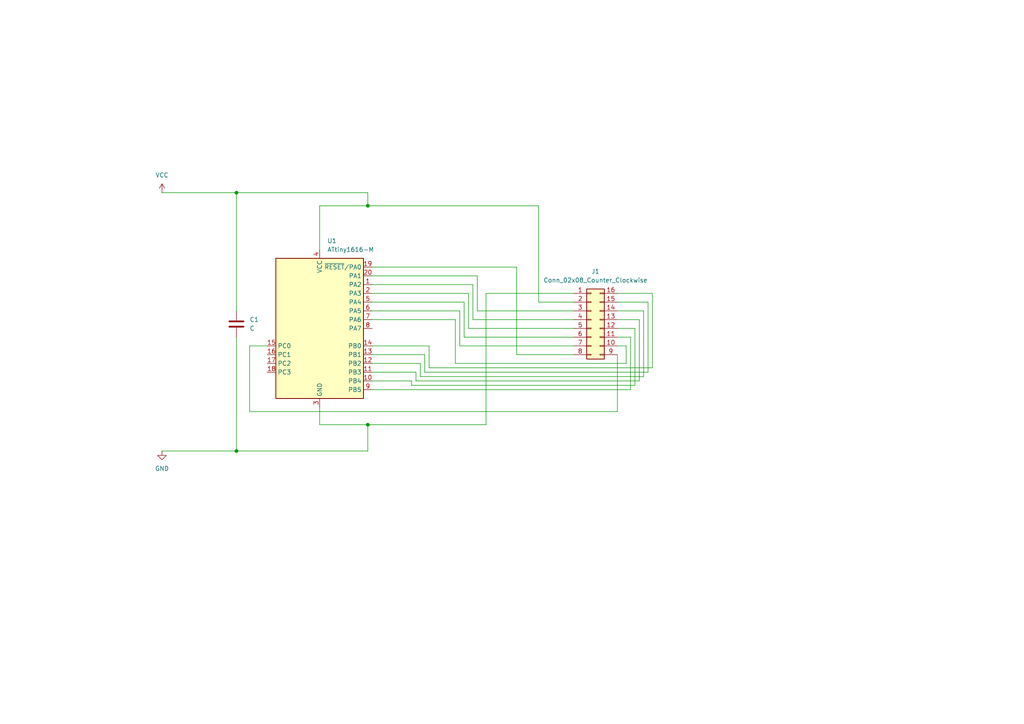
<source format=kicad_sch>
(kicad_sch (version 20231120) (generator "eeschema") (generator_version "8.0")
  (paper "A4")
  (lib_symbols
    (symbol "Connector_Generic:Conn_02x08_Counter_Clockwise" (pin_names (offset 1.016) hide)
      (property "Reference" "J" (at 1.27 10.16 0))
      (property "Value" "Conn_02x08_Counter_Clockwise" (at 1.27 -12.7 0))
      (symbol "Conn_02x08_Counter_Clockwise_1_1"
        (rectangle (start -1.27 -10.033) (end 0 -10.287) (stroke (width 0.1524)))
        (rectangle (start -1.27 -7.493) (end 0 -7.747) (stroke (width 0.1524)))
        (rectangle (start -1.27 -4.953) (end 0 -5.207) (stroke (width 0.1524)))
        (rectangle (start -1.27 -2.413) (end 0 -2.667) (stroke (width 0.1524)))
        (rectangle (start -1.27 0.127) (end 0 -0.127) (stroke (width 0.1524)))
        (rectangle (start -1.27 2.667) (end 0 2.413) (stroke (width 0.1524)))
        (rectangle (start -1.27 5.207) (end 0 4.953) (stroke (width 0.1524)))
        (rectangle (start -1.27 7.747) (end 0 7.493) (stroke (width 0.1524)))
        (rectangle (start -1.27 8.89) (end 3.81 -11.43) (stroke (width 0.254)) (fill (type background)))
        (rectangle (start 3.81 -10.033) (end 2.54 -10.287) (stroke (width 0.1524)))
        (rectangle (start 3.81 -7.493) (end 2.54 -7.747) (stroke (width 0.1524)))
        (rectangle (start 3.81 -4.953) (end 2.54 -5.207) (stroke (width 0.1524)))
        (rectangle (start 3.81 -2.413) (end 2.54 -2.667) (stroke (width 0.1524)))
        (rectangle (start 3.81 0.127) (end 2.54 -0.127) (stroke (width 0.1524)))
        (rectangle (start 3.81 2.667) (end 2.54 2.413) (stroke (width 0.1524)))
        (rectangle (start 3.81 5.207) (end 2.54 4.953) (stroke (width 0.1524)))
        (rectangle (start 3.81 7.747) (end 2.54 7.493) (stroke (width 0.1524)))
        (pin passive line (at -5.08 7.62 0) (length 3.81) (name "Pin_1") (number "1"))
        (pin passive line (at 7.62 -7.62 180) (length 3.81) (name "Pin_10") (number "10"))
        (pin passive line (at 7.62 -5.08 180) (length 3.81) (name "Pin_11") (number "11"))
        (pin passive line (at 7.62 -2.54 180) (length 3.81) (name "Pin_12") (number "12"))
        (pin passive line (at 7.62 0 180) (length 3.81) (name "Pin_13") (number "13"))
        (pin passive line (at 7.62 2.54 180) (length 3.81) (name "Pin_14") (number "14"))
        (pin passive line (at 7.62 5.08 180) (length 3.81) (name "Pin_15") (number "15"))
        (pin passive line (at 7.62 7.62 180) (length 3.81) (name "Pin_16") (number "16"))
        (pin passive line (at -5.08 5.08 0) (length 3.81) (name "Pin_2") (number "2"))
        (pin passive line (at -5.08 2.54 0) (length 3.81) (name "Pin_3") (number "3"))
        (pin passive line (at -5.08 0 0) (length 3.81) (name "Pin_4") (number "4"))
        (pin passive line (at -5.08 -2.54 0) (length 3.81) (name "Pin_5") (number "5"))
        (pin passive line (at -5.08 -5.08 0) (length 3.81) (name "Pin_6") (number "6"))
        (pin passive line (at -5.08 -7.62 0) (length 3.81) (name "Pin_7") (number "7"))
        (pin passive line (at -5.08 -10.16 0) (length 3.81) (name "Pin_8") (number "8"))
        (pin passive line (at 7.62 -10.16 180) (length 3.81) (name "Pin_9") (number "9"))
      )
    )
    (symbol "Device:C" (pin_numbers hide) (pin_names (offset 0.254))
      (property "Reference" "C" (at 0.635 2.54 0))
      (property "Value" "C" (at 0.635 -2.54 0))
      (symbol "C_0_1"
        (polyline (pts (xy -2.032 -0.762) (xy 2.032 -0.762)) (stroke (width 0.508)))
        (polyline (pts (xy -2.032 0.762) (xy 2.032 0.762)) (stroke (width 0.508)))
      )
      (symbol "C_1_1"
        (pin passive line (at 0 3.81 270) (length 2.794) (name "~") (number "1"))
        (pin passive line (at 0 -3.81 90) (length 2.794) (name "~") (number "2"))
      )
    )
    (symbol "MCU_Microchip_ATtiny:ATtiny1616-M"
      (property "Reference" "U" (at -12.7 21.59 0))
      (property "Value" "ATtiny1616-M" (at 2.54 -21.59 0))
      (symbol "ATtiny1616-M_0_1"
        (rectangle (start -12.7 -20.32) (end 12.7 20.32) (stroke (width 0.254)) (fill (type background)))
      )
      (symbol "ATtiny1616-M_1_1"
        (pin bidirectional line (at 15.24 12.7 180) (length 2.54) (name "PA2") (number "1"))
        (pin bidirectional line (at 15.24 -15.24 180) (length 2.54) (name "PB4") (number "10"))
        (pin bidirectional line (at 15.24 -12.7 180) (length 2.54) (name "PB3") (number "11"))
        (pin bidirectional line (at 15.24 -10.16 180) (length 2.54) (name "PB2") (number "12"))
        (pin bidirectional line (at 15.24 -7.62 180) (length 2.54) (name "PB1") (number "13"))
        (pin bidirectional line (at 15.24 -5.08 180) (length 2.54) (name "PB0") (number "14"))
        (pin bidirectional line (at -15.24 -5.08 0) (length 2.54) (name "PC0") (number "15"))
        (pin bidirectional line (at -15.24 -7.62 0) (length 2.54) (name "PC1") (number "16"))
        (pin bidirectional line (at -15.24 -10.16 0) (length 2.54) (name "PC2") (number "17"))
        (pin bidirectional line (at -15.24 -12.7 0) (length 2.54) (name "PC3") (number "18"))
        (pin bidirectional line (at 15.24 17.78 180) (length 2.54) (name "~{RESET}/PA0") (number "19"))
        (pin bidirectional line (at 15.24 10.16 180) (length 2.54) (name "PA3") (number "2"))
        (pin bidirectional line (at 15.24 15.24 180) (length 2.54) (name "PA1") (number "20"))
        (pin passive line (at 0 -22.86 90) (length 2.54) hide (name "GND") (number "21"))
        (pin power_in line (at 0 -22.86 90) (length 2.54) (name "GND") (number "3"))
        (pin power_in line (at 0 22.86 270) (length 2.54) (name "VCC") (number "4"))
        (pin bidirectional line (at 15.24 7.62 180) (length 2.54) (name "PA4") (number "5"))
        (pin bidirectional line (at 15.24 5.08 180) (length 2.54) (name "PA5") (number "6"))
        (pin bidirectional line (at 15.24 2.54 180) (length 2.54) (name "PA6") (number "7"))
        (pin bidirectional line (at 15.24 0 180) (length 2.54) (name "PA7") (number "8"))
        (pin bidirectional line (at 15.24 -17.78 180) (length 2.54) (name "PB5") (number "9"))
      )
    )
    (symbol "power:GND" (power) (pin_numbers hide) (pin_names (offset 0) hide)
      (property "Value" "GND" (at 0 -3.81 0))
      (symbol "GND_0_1"
        (polyline (pts (xy 0 0) (xy 0 -1.27) (xy 1.27 -1.27) (xy 0 -2.54) (xy -1.27 -1.27) (xy 0 -1.27)))
      )
      (symbol "GND_1_1"
        (pin power_in line (at 0 0 270) (length 0) (name "~") (number "1"))
      )
    )
    (symbol "power:VCC" (power) (pin_numbers hide) (pin_names (offset 0) hide)
      (property "Value" "VCC" (at 0 3.556 0))
      (symbol "VCC_0_1"
        (polyline (pts (xy -0.762 1.27) (xy 0 2.54)))
        (polyline (pts (xy 0 0) (xy 0 2.54)))
        (polyline (pts (xy 0 2.54) (xy 0.762 1.27)))
      )
      (symbol "VCC_1_1"
        (pin power_in line (at 0 0 90) (length 0) (name "~") (number "1"))
      )
    )
  )
  (junction (at 106.68 123.19))
  (junction (at 106.68 59.69))
  (junction (at 68.58 55.88))
  (junction (at 68.58 130.81))
  (wire (pts (xy 179.07 95.25) (xy 184.15 95.25)))
  (wire (pts (xy 179.07 102.87) (xy 179.07 119.38)))
  (wire (pts (xy 181.61 105.41) (xy 132.08 105.41)))
  (wire (pts (xy 133.35 90.17) (xy 107.95 90.17)))
  (wire (pts (xy 184.15 95.25) (xy 184.15 111.76)))
  (wire (pts (xy 137.16 82.55) (xy 107.95 82.55)))
  (wire (pts (xy 138.43 80.01) (xy 107.95 80.01)))
  (wire (pts (xy 123.19 102.87) (xy 107.95 102.87)))
  (wire (pts (xy 166.37 95.25) (xy 135.89 95.25)))
  (wire (pts (xy 186.69 109.22) (xy 121.92 109.22)))
  (wire (pts (xy 179.07 97.79) (xy 182.88 97.79)))
  (wire (pts (xy 123.19 107.95) (xy 123.19 102.87)))
  (wire (pts (xy 106.68 130.81) (xy 106.68 123.19)))
  (wire (pts (xy 187.96 87.63) (xy 187.96 107.95)))
  (wire (pts (xy 179.07 100.33) (xy 181.61 100.33)))
  (wire (pts (xy 135.89 85.09) (xy 107.95 85.09)))
  (wire (pts (xy 149.86 102.87) (xy 149.86 77.47)))
  (wire (pts (xy 124.46 100.33) (xy 107.95 100.33)))
  (wire (pts (xy 92.71 59.69) (xy 92.71 72.39)))
  (wire (pts (xy 68.58 130.81) (xy 106.68 130.81)))
  (wire (pts (xy 92.71 123.19) (xy 92.71 118.11)))
  (wire (pts (xy 119.38 111.76) (xy 119.38 110.49)))
  (wire (pts (xy 184.15 111.76) (xy 119.38 111.76)))
  (wire (pts (xy 107.95 110.49) (xy 119.38 110.49)))
  (wire (pts (xy 72.39 119.38) (xy 72.39 100.33)))
  (wire (pts (xy 107.95 77.47) (xy 149.86 77.47)))
  (wire (pts (xy 134.62 97.79) (xy 134.62 87.63)))
  (wire (pts (xy 120.65 110.49) (xy 120.65 107.95)))
  (wire (pts (xy 107.95 107.95) (xy 120.65 107.95)))
  (wire (pts (xy 132.08 105.41) (xy 132.08 92.71)))
  (wire (pts (xy 166.37 100.33) (xy 133.35 100.33)))
  (wire (pts (xy 166.37 102.87) (xy 149.86 102.87)))
  (wire (pts (xy 68.58 55.88) (xy 68.58 90.17)))
  (wire (pts (xy 92.71 59.69) (xy 106.68 59.69)))
  (wire (pts (xy 179.07 92.71) (xy 185.42 92.71)))
  (wire (pts (xy 107.95 113.03) (xy 182.88 113.03)))
  (wire (pts (xy 179.07 119.38) (xy 72.39 119.38)))
  (wire (pts (xy 132.08 92.71) (xy 107.95 92.71)))
  (wire (pts (xy 166.37 92.71) (xy 137.16 92.71)))
  (wire (pts (xy 186.69 90.17) (xy 186.69 109.22)))
  (wire (pts (xy 134.62 97.79) (xy 166.37 97.79)))
  (wire (pts (xy 106.68 55.88) (xy 106.68 59.69)))
  (wire (pts (xy 187.96 107.95) (xy 123.19 107.95)))
  (wire (pts (xy 140.97 85.09) (xy 140.97 123.19)))
  (wire (pts (xy 133.35 100.33) (xy 133.35 90.17)))
  (wire (pts (xy 46.99 55.88) (xy 68.58 55.88)))
  (wire (pts (xy 46.99 130.81) (xy 68.58 130.81)))
  (wire (pts (xy 121.92 109.22) (xy 121.92 105.41)))
  (wire (pts (xy 140.97 123.19) (xy 106.68 123.19)))
  (wire (pts (xy 137.16 92.71) (xy 137.16 82.55)))
  (wire (pts (xy 134.62 87.63) (xy 107.95 87.63)))
  (wire (pts (xy 107.95 105.41) (xy 121.92 105.41)))
  (wire (pts (xy 68.58 55.88) (xy 106.68 55.88)))
  (wire (pts (xy 106.68 59.69) (xy 156.21 59.69)))
  (wire (pts (xy 92.71 123.19) (xy 106.68 123.19)))
  (wire (pts (xy 68.58 97.79) (xy 68.58 130.81)))
  (wire (pts (xy 72.39 100.33) (xy 77.47 100.33)))
  (wire (pts (xy 135.89 95.25) (xy 135.89 85.09)))
  (wire (pts (xy 166.37 90.17) (xy 138.43 90.17)))
  (wire (pts (xy 182.88 97.79) (xy 182.88 113.03)))
  (wire (pts (xy 156.21 87.63) (xy 166.37 87.63)))
  (wire (pts (xy 156.21 59.69) (xy 156.21 87.63)))
  (wire (pts (xy 181.61 100.33) (xy 181.61 105.41)))
  (wire (pts (xy 138.43 90.17) (xy 138.43 80.01)))
  (wire (pts (xy 179.07 87.63) (xy 187.96 87.63)))
  (wire (pts (xy 189.23 85.09) (xy 189.23 106.68)))
  (wire (pts (xy 179.07 85.09) (xy 189.23 85.09)))
  (wire (pts (xy 185.42 110.49) (xy 120.65 110.49)))
  (wire (pts (xy 179.07 90.17) (xy 186.69 90.17)))
  (wire (pts (xy 124.46 106.68) (xy 124.46 100.33)))
  (wire (pts (xy 166.37 85.09) (xy 140.97 85.09)))
  (wire (pts (xy 185.42 92.71) (xy 185.42 110.49)))
  (wire (pts (xy 189.23 106.68) (xy 124.46 106.68)))
  (symbol (lib_id "Device:C") (at 68.58 93.98 0) (unit 1)
    (property "Reference" "C1" (at 72.39 92.7099 0) (effects (justify left)))
    (property "Value" "C" (at 72.39 95.2499 0) (effects (justify left)))
    (property "Footprint" "Capacitor_SMD:C_1206_3216Metric_Pad1.33x1.80mm_HandSolder" (effects (hide yes)))
    (property "Description" "Unpolarized capacitor" (effects (hide yes)))
  )
  (symbol (lib_id "Connector_Generic:Conn_02x08_Counter_Clockwise") (at 171.45 92.71 0) (unit 1)
    (property "Reference" "J1" (at 172.72 78.74 0))
    (property "Value" "Conn_02x08_Counter_Clockwise" (at 172.72 81.28 0))
    (property "Footprint" "Package_DIP:DIP-16_W10.16mm" (effects (hide yes)))
    (property "Description" "Generic connector, double row, 02x08, counter clockwise pin numbering scheme (similar to DIP package numbering), script generated (kicad-library-utils/schlib/autogen/connector/)" (effects (hide yes)))
  )
  (symbol (lib_id "MCU_Microchip_ATtiny:ATtiny1616-M") (at 92.71 95.25 0) (unit 1)
    (property "Reference" "U1" (at 94.9041 69.85 0) (effects (justify left)))
    (property "Value" "ATtiny1616-M" (at 94.9041 72.39 0) (effects (justify left)))
    (property "Footprint" "Package_DFN_QFN:VQFN-20-1EP_3x3mm_P0.4mm_EP1.7x1.7mm" (effects (hide yes)))
    (property "Datasheet" "http://ww1.microchip.com/downloads/en/DeviceDoc/ATtiny3216_ATtiny1616-data-sheet-40001997B.pdf" (effects (hide yes)))
    (property "Description" "20MHz, 16kB Flash, 2kB SRAM, 256B EEPROM, VQFN-20" (effects (hide yes)))
  )
  (symbol (lib_id "power:GND") (at 46.99 130.81 0) (unit 1)
    (property "Reference" "#PWR02" (effects (hide yes)))
    (property "Value" "GND" (at 46.99 135.89 0))
    (property "Description" "Power symbol creates a global label with name \"GND\" , ground" (effects (hide yes)))
  )
  (symbol (lib_id "power:VCC") (at 46.99 55.88 0) (unit 1)
    (property "Reference" "#PWR01" (effects (hide yes)))
    (property "Value" "VCC" (at 46.99 50.8 0))
    (property "Description" "Power symbol creates a global label with name \"VCC\"" (effects (hide yes)))
  )
)
</source>
